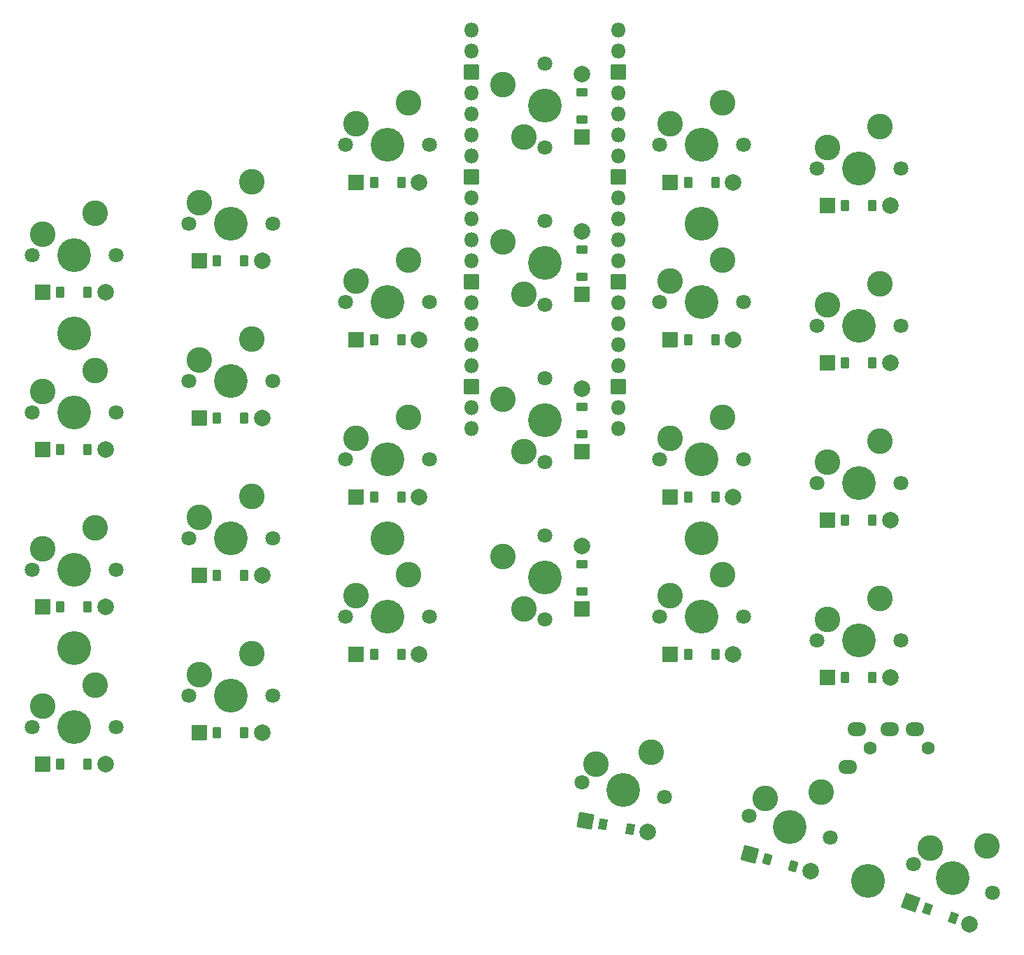
<source format=gbr>
%TF.GenerationSoftware,KiCad,Pcbnew,9.0.3-1.fc42*%
%TF.CreationDate,2025-08-21T15:21:57+02:00*%
%TF.ProjectId,left,6c656674-2e6b-4696-9361-645f70636258,v1.0.0*%
%TF.SameCoordinates,Original*%
%TF.FileFunction,Soldermask,Top*%
%TF.FilePolarity,Negative*%
%FSLAX46Y46*%
G04 Gerber Fmt 4.6, Leading zero omitted, Abs format (unit mm)*
G04 Created by KiCad (PCBNEW 9.0.3-1.fc42) date 2025-08-21 15:21:57*
%MOMM*%
%LPD*%
G01*
G04 APERTURE LIST*
G04 Aperture macros list*
%AMRoundRect*
0 Rectangle with rounded corners*
0 $1 Rounding radius*
0 $2 $3 $4 $5 $6 $7 $8 $9 X,Y pos of 4 corners*
0 Add a 4 corners polygon primitive as box body*
4,1,4,$2,$3,$4,$5,$6,$7,$8,$9,$2,$3,0*
0 Add four circle primitives for the rounded corners*
1,1,$1+$1,$2,$3*
1,1,$1+$1,$4,$5*
1,1,$1+$1,$6,$7*
1,1,$1+$1,$8,$9*
0 Add four rect primitives between the rounded corners*
20,1,$1+$1,$2,$3,$4,$5,0*
20,1,$1+$1,$4,$5,$6,$7,0*
20,1,$1+$1,$6,$7,$8,$9,0*
20,1,$1+$1,$8,$9,$2,$3,0*%
G04 Aperture macros list end*
%ADD10RoundRect,0.050000X-0.889000X-0.889000X0.889000X-0.889000X0.889000X0.889000X-0.889000X0.889000X0*%
%ADD11RoundRect,0.050000X-0.450000X-0.600000X0.450000X-0.600000X0.450000X0.600000X-0.450000X0.600000X0*%
%ADD12C,2.005000*%
%ADD13C,1.801800*%
%ADD14C,3.100000*%
%ADD15C,4.087800*%
%ADD16O,1.800000X1.800000*%
%ADD17RoundRect,0.050000X-0.850000X-0.850000X0.850000X-0.850000X0.850000X0.850000X-0.850000X0.850000X0*%
%ADD18RoundRect,0.050000X0.889000X-0.889000X0.889000X0.889000X-0.889000X0.889000X-0.889000X-0.889000X0*%
%ADD19RoundRect,0.050000X0.600000X-0.450000X0.600000X0.450000X-0.600000X0.450000X-0.600000X-0.450000X0*%
%ADD20C,4.100000*%
%ADD21RoundRect,0.050000X-1.029867X-0.721121X0.721121X-1.029867X1.029867X0.721121X-0.721121X1.029867X0*%
%ADD22RoundRect,0.050000X-0.547352X-0.512743X0.338975X-0.669026X0.547352X0.512743X-0.338975X0.669026X0*%
%ADD23RoundRect,0.050000X-1.139443X-0.531331X0.531331X-1.139443X1.139443X0.531331X-0.531331X1.139443X0*%
%ADD24RoundRect,0.050000X-0.628074X-0.409907X0.217650X-0.717725X0.628074X0.409907X-0.217650X0.717725X0*%
%ADD25RoundRect,0.050000X-1.088798X-0.628618X0.628618X-1.088798X1.088798X0.628618X-0.628618X1.088798X0*%
%ADD26RoundRect,0.050000X-0.589958X-0.463087X0.279375X-0.696024X0.589958X0.463087X-0.279375X0.696024X0*%
%ADD27C,1.600000*%
%ADD28O,2.300000X1.700000*%
G04 APERTURE END LIST*
D10*
%TO.C,D16*%
X141190000Y-132110000D03*
D11*
X143350000Y-132110000D03*
X146650000Y-132110000D03*
D12*
X148810000Y-132110000D03*
%TD*%
D13*
%TO.C,S20*%
X158920000Y-130467500D03*
D14*
X160190000Y-127927500D03*
D15*
X164000000Y-130467500D03*
D14*
X166540000Y-125387500D03*
D13*
X169080000Y-130467500D03*
%TD*%
D10*
%TO.C,D9*%
X103190000Y-189260000D03*
D11*
X105350000Y-189260000D03*
X108650000Y-189260000D03*
D12*
X110810000Y-189260000D03*
%TD*%
D10*
%TO.C,D15*%
X141190000Y-151160000D03*
D11*
X143350000Y-151160000D03*
X146650000Y-151160000D03*
D12*
X148810000Y-151160000D03*
%TD*%
D13*
%TO.C,S17*%
X158920000Y-187617500D03*
D14*
X160190000Y-185077500D03*
D15*
X164000000Y-187617500D03*
D14*
X166540000Y-182537500D03*
D13*
X169080000Y-187617500D03*
%TD*%
D10*
%TO.C,D3*%
X65190000Y-164495000D03*
D11*
X67350000Y-164495000D03*
X70650000Y-164495000D03*
D12*
X72810000Y-164495000D03*
%TD*%
D10*
%TO.C,D13*%
X141190000Y-189260000D03*
D11*
X143350000Y-189260000D03*
X146650000Y-189260000D03*
D12*
X148810000Y-189260000D03*
%TD*%
D13*
%TO.C,S24*%
X126000000Y-185077500D03*
D14*
X123460000Y-183807500D03*
D15*
X126000000Y-179997500D03*
D14*
X120920000Y-177457500D03*
D13*
X126000000Y-174917500D03*
%TD*%
D10*
%TO.C,D8*%
X84190000Y-141635000D03*
D11*
X86350000Y-141635000D03*
X89650000Y-141635000D03*
D12*
X91810000Y-141635000D03*
%TD*%
D13*
%TO.C,S27*%
X126000000Y-127927500D03*
D14*
X123460000Y-126657500D03*
D15*
X126000000Y-122847500D03*
D14*
X120920000Y-120307500D03*
D13*
X126000000Y-117767500D03*
%TD*%
D16*
%TO.C,_1*%
X117110000Y-113717500D03*
X117110000Y-116257500D03*
D17*
X117110000Y-118797500D03*
D16*
X117110000Y-121337500D03*
X117110000Y-123877500D03*
X117110000Y-126417500D03*
X117110000Y-128957500D03*
D17*
X117110000Y-131497500D03*
D16*
X117110000Y-134037500D03*
X117110000Y-136577500D03*
X117110000Y-139117500D03*
X117110000Y-141657500D03*
D17*
X117110000Y-144197500D03*
D16*
X117110000Y-146737500D03*
X117110000Y-149277500D03*
X117110000Y-151817500D03*
X117110000Y-154357500D03*
D17*
X117110000Y-156897500D03*
D16*
X117110000Y-159437500D03*
X117110000Y-161977500D03*
X134890000Y-161977500D03*
X134890000Y-159437500D03*
D17*
X134890000Y-156897500D03*
D16*
X134890000Y-154357500D03*
X134890000Y-151817500D03*
X134890000Y-149277500D03*
X134890000Y-146737500D03*
D17*
X134890000Y-144197500D03*
D16*
X134890000Y-141657500D03*
X134890000Y-139117500D03*
X134890000Y-136577500D03*
X134890000Y-134037500D03*
D17*
X134890000Y-131497500D03*
D16*
X134890000Y-128957500D03*
X134890000Y-126417500D03*
X134890000Y-123877500D03*
X134890000Y-121337500D03*
D17*
X134890000Y-118797500D03*
D16*
X134890000Y-116257500D03*
X134890000Y-113717500D03*
%TD*%
D13*
%TO.C,S7*%
X82920000Y-156185000D03*
D14*
X84190000Y-153645000D03*
D15*
X88000000Y-156185000D03*
D14*
X90540000Y-151105000D03*
D13*
X93080000Y-156185000D03*
%TD*%
D10*
%TO.C,D11*%
X103190000Y-151160000D03*
D11*
X105350000Y-151160000D03*
X108650000Y-151160000D03*
D12*
X110810000Y-151160000D03*
%TD*%
D13*
%TO.C,S5*%
X82920000Y-194285000D03*
D14*
X84190000Y-191745000D03*
D15*
X88000000Y-194285000D03*
D14*
X90540000Y-189205000D03*
D13*
X93080000Y-194285000D03*
%TD*%
%TO.C,S10*%
X101920000Y-165710000D03*
D14*
X103190000Y-163170000D03*
D15*
X107000000Y-165710000D03*
D14*
X109540000Y-160630000D03*
D13*
X112080000Y-165710000D03*
%TD*%
%TO.C,S18*%
X158920000Y-168567500D03*
D14*
X160190000Y-166027500D03*
D15*
X164000000Y-168567500D03*
D14*
X166540000Y-163487500D03*
D13*
X169080000Y-168567500D03*
%TD*%
D18*
%TO.C,D24*%
X130500000Y-183807500D03*
D19*
X130500000Y-181647500D03*
X130500000Y-178347500D03*
D12*
X130500000Y-176187500D03*
%TD*%
D10*
%TO.C,D6*%
X84190000Y-179735000D03*
D11*
X86350000Y-179735000D03*
X89650000Y-179735000D03*
D12*
X91810000Y-179735000D03*
%TD*%
D13*
%TO.C,S11*%
X101920000Y-146660000D03*
D14*
X103190000Y-144120000D03*
D15*
X107000000Y-146660000D03*
D14*
X109540000Y-141580000D03*
D13*
X112080000Y-146660000D03*
%TD*%
D10*
%TO.C,D17*%
X160190000Y-192117500D03*
D11*
X162350000Y-192117500D03*
X165650000Y-192117500D03*
D12*
X167810000Y-192117500D03*
%TD*%
D13*
%TO.C,S12*%
X101920000Y-127610000D03*
D14*
X103190000Y-125070000D03*
D15*
X107000000Y-127610000D03*
D14*
X109540000Y-122530000D03*
D13*
X112080000Y-127610000D03*
%TD*%
D20*
%TO.C,*%
X165160570Y-216739174D03*
%TD*%
D13*
%TO.C,S16*%
X139920000Y-127610000D03*
D14*
X141190000Y-125070000D03*
D15*
X145000000Y-127610000D03*
D14*
X147540000Y-122530000D03*
D13*
X150080000Y-127610000D03*
%TD*%
D18*
%TO.C,D26*%
X130500000Y-145707500D03*
D19*
X130500000Y-143547500D03*
X130500000Y-140247500D03*
D12*
X130500000Y-138087500D03*
%TD*%
D20*
%TO.C,*%
X69000000Y-188570000D03*
%TD*%
D13*
%TO.C,S8*%
X82920000Y-137135000D03*
D14*
X84190000Y-134595000D03*
D15*
X88000000Y-137135000D03*
D14*
X90540000Y-132055000D03*
D13*
X93080000Y-137135000D03*
%TD*%
D10*
%TO.C,D5*%
X84190000Y-198785000D03*
D11*
X86350000Y-198785000D03*
X89650000Y-198785000D03*
D12*
X91810000Y-198785000D03*
%TD*%
D20*
%TO.C,*%
X69000000Y-150470000D03*
%TD*%
D13*
%TO.C,S25*%
X126000000Y-166027500D03*
D14*
X123460000Y-164757500D03*
D15*
X126000000Y-160947500D03*
D14*
X120920000Y-158407500D03*
D13*
X126000000Y-155867500D03*
%TD*%
D18*
%TO.C,D25*%
X130500000Y-164757500D03*
D19*
X130500000Y-162597500D03*
X130500000Y-159297500D03*
D12*
X130500000Y-157137500D03*
%TD*%
D21*
%TO.C,D21*%
X130941463Y-209485035D03*
D22*
X133068650Y-209860116D03*
X136318516Y-210433154D03*
D12*
X138445703Y-210808235D03*
%TD*%
D10*
%TO.C,D20*%
X160190000Y-134967500D03*
D11*
X162350000Y-134967500D03*
X165650000Y-134967500D03*
D12*
X167810000Y-134967500D03*
%TD*%
D20*
%TO.C,*%
X145000000Y-137135000D03*
%TD*%
D10*
%TO.C,D10*%
X103190000Y-170210000D03*
D11*
X105350000Y-170210000D03*
X108650000Y-170210000D03*
D12*
X110810000Y-170210000D03*
%TD*%
D18*
%TO.C,D27*%
X130500000Y-126657500D03*
D19*
X130500000Y-124497500D03*
X130500000Y-121197500D03*
D12*
X130500000Y-119037500D03*
%TD*%
D13*
%TO.C,S2*%
X63920000Y-179045000D03*
D14*
X65190000Y-176505000D03*
D15*
X69000000Y-179045000D03*
D14*
X71540000Y-173965000D03*
D13*
X74080000Y-179045000D03*
%TD*%
%TO.C,S23*%
X170640600Y-214679225D03*
D14*
X172702741Y-212726771D03*
D15*
X175414239Y-216416687D03*
D14*
X179538522Y-212511780D03*
D13*
X180187878Y-218154149D03*
%TD*%
D20*
%TO.C,*%
X107000000Y-175235000D03*
%TD*%
D10*
%TO.C,D19*%
X160190000Y-154017500D03*
D11*
X162350000Y-154017500D03*
X165650000Y-154017500D03*
D12*
X167810000Y-154017500D03*
%TD*%
D10*
%TO.C,D18*%
X160190000Y-173067500D03*
D11*
X162350000Y-173067500D03*
X165650000Y-173067500D03*
D12*
X167810000Y-173067500D03*
%TD*%
D13*
%TO.C,S22*%
X150771339Y-208879150D03*
D14*
X152655465Y-206754399D03*
D15*
X155678242Y-210193951D03*
D14*
X159446494Y-205944448D03*
D13*
X160585145Y-211508752D03*
%TD*%
%TO.C,S26*%
X126000000Y-146977500D03*
D14*
X123460000Y-145707500D03*
D15*
X126000000Y-141897500D03*
D14*
X120920000Y-139357500D03*
D13*
X126000000Y-136817500D03*
%TD*%
D10*
%TO.C,D4*%
X65190000Y-145445000D03*
D11*
X67350000Y-145445000D03*
X70650000Y-145445000D03*
D12*
X72810000Y-145445000D03*
%TD*%
D13*
%TO.C,S6*%
X82920000Y-175235000D03*
D14*
X84190000Y-172695000D03*
D15*
X88000000Y-175235000D03*
D14*
X90540000Y-170155000D03*
D13*
X93080000Y-175235000D03*
%TD*%
D10*
%TO.C,D1*%
X65190000Y-202595000D03*
D11*
X67350000Y-202595000D03*
X70650000Y-202595000D03*
D12*
X72810000Y-202595000D03*
%TD*%
D10*
%TO.C,D2*%
X65190000Y-183545000D03*
D11*
X67350000Y-183545000D03*
X70650000Y-183545000D03*
D12*
X72810000Y-183545000D03*
%TD*%
D13*
%TO.C,S1*%
X63920000Y-198095000D03*
D14*
X65190000Y-195555000D03*
D15*
X69000000Y-198095000D03*
D14*
X71540000Y-193015000D03*
D13*
X74080000Y-198095000D03*
%TD*%
%TO.C,S14*%
X139920000Y-165710000D03*
D14*
X141190000Y-163170000D03*
D15*
X145000000Y-165710000D03*
D14*
X147540000Y-160630000D03*
D13*
X150080000Y-165710000D03*
%TD*%
D10*
%TO.C,D12*%
X103190000Y-132110000D03*
D11*
X105350000Y-132110000D03*
X108650000Y-132110000D03*
D12*
X110810000Y-132110000D03*
%TD*%
D13*
%TO.C,S9*%
X101920000Y-184760000D03*
D14*
X103190000Y-182220000D03*
D15*
X107000000Y-184760000D03*
D14*
X109540000Y-179680000D03*
D13*
X112080000Y-184760000D03*
%TD*%
D23*
%TO.C,D23*%
X170294919Y-219342207D03*
D24*
X172324655Y-220080971D03*
X175425641Y-221209637D03*
D12*
X177455377Y-221948401D03*
%TD*%
D25*
%TO.C,D22*%
X150833380Y-213554515D03*
D26*
X152919779Y-214113567D03*
X156107335Y-214967667D03*
D12*
X158193734Y-215526719D03*
%TD*%
D13*
%TO.C,S3*%
X63920000Y-159995000D03*
D14*
X65190000Y-157455000D03*
D15*
X69000000Y-159995000D03*
D14*
X71540000Y-154915000D03*
D13*
X74080000Y-159995000D03*
%TD*%
D20*
%TO.C,*%
X145000000Y-175235000D03*
%TD*%
D10*
%TO.C,D7*%
X84190000Y-160685000D03*
D11*
X86350000Y-160685000D03*
X89650000Y-160685000D03*
D12*
X91810000Y-160685000D03*
%TD*%
D13*
%TO.C,S4*%
X63920000Y-140945000D03*
D14*
X65190000Y-138405000D03*
D15*
X69000000Y-140945000D03*
D14*
X71540000Y-135865000D03*
D13*
X74080000Y-140945000D03*
%TD*%
%TO.C,S21*%
X130472177Y-204832867D03*
D14*
X132163949Y-202551989D03*
D15*
X135475000Y-205715000D03*
D14*
X138858544Y-201153243D03*
D13*
X140477823Y-206597133D03*
%TD*%
%TO.C,S19*%
X158920000Y-149517500D03*
D14*
X160190000Y-146977500D03*
D15*
X164000000Y-149517500D03*
D14*
X166540000Y-144437500D03*
D13*
X169080000Y-149517500D03*
%TD*%
D10*
%TO.C,D14*%
X141190000Y-170210000D03*
D11*
X143350000Y-170210000D03*
X146650000Y-170210000D03*
D12*
X148810000Y-170210000D03*
%TD*%
D13*
%TO.C,S15*%
X139920000Y-146660000D03*
D14*
X141190000Y-144120000D03*
D15*
X145000000Y-146660000D03*
D14*
X147540000Y-141580000D03*
D13*
X150080000Y-146660000D03*
%TD*%
%TO.C,S13*%
X139920000Y-184760000D03*
D14*
X141190000Y-182220000D03*
D15*
X145000000Y-184760000D03*
D14*
X147540000Y-179680000D03*
D13*
X150080000Y-184760000D03*
%TD*%
D27*
%TO.C,TRRS1*%
X172400000Y-200617500D03*
X165400000Y-200617500D03*
D28*
X170800000Y-198317500D03*
X167800000Y-198317500D03*
X163800000Y-198317500D03*
X162700000Y-202917500D03*
%TD*%
M02*

</source>
